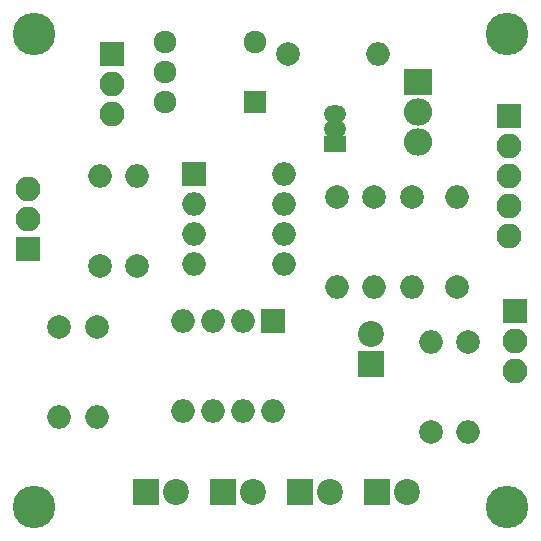
<source format=gbs>
G04 #@! TF.GenerationSoftware,KiCad,Pcbnew,(5.0.0)*
G04 #@! TF.CreationDate,2019-08-04T18:11:21+09:00*
G04 #@! TF.ProjectId,ir_send_mod,69725F73656E645F6D6F642E6B696361,rev?*
G04 #@! TF.SameCoordinates,Original*
G04 #@! TF.FileFunction,Soldermask,Bot*
G04 #@! TF.FilePolarity,Negative*
%FSLAX46Y46*%
G04 Gerber Fmt 4.6, Leading zero omitted, Abs format (unit mm)*
G04 Created by KiCad (PCBNEW (5.0.0)) date 08/04/19 18:11:21*
%MOMM*%
%LPD*%
G01*
G04 APERTURE LIST*
%ADD10C,3.600000*%
%ADD11R,2.000000X2.000000*%
%ADD12O,2.000000X2.000000*%
%ADD13C,2.200000*%
%ADD14R,2.200000X2.200000*%
%ADD15R,2.100000X2.100000*%
%ADD16O,2.100000X2.100000*%
%ADD17O,1.900000X1.450000*%
%ADD18R,1.900000X1.450000*%
%ADD19R,2.400000X2.305000*%
%ADD20O,2.400000X2.305000*%
%ADD21C,2.000000*%
%ADD22C,1.924000*%
%ADD23R,1.924000X1.924000*%
G04 APERTURE END LIST*
D10*
G04 #@! TO.C,hole2*
X73600000Y-49500000D03*
G04 #@! TD*
G04 #@! TO.C,hole1*
X33600000Y-49500000D03*
G04 #@! TD*
G04 #@! TO.C,hole4*
X73600000Y-89500000D03*
G04 #@! TD*
G04 #@! TO.C,hole3*
X33600000Y-89500000D03*
G04 #@! TD*
D11*
G04 #@! TO.C,SW2*
X53800000Y-73800000D03*
D12*
X46180000Y-81420000D03*
X51260000Y-73800000D03*
X48720000Y-81420000D03*
X48720000Y-73800000D03*
X51260000Y-81420000D03*
X46180000Y-73800000D03*
X53800000Y-81420000D03*
G04 #@! TD*
D13*
G04 #@! TO.C,D1*
X45640000Y-88200000D03*
D14*
X43100000Y-88200000D03*
G04 #@! TD*
G04 #@! TO.C,D2*
X49600000Y-88200000D03*
D13*
X52140000Y-88200000D03*
G04 #@! TD*
G04 #@! TO.C,D3*
X58640000Y-88200000D03*
D14*
X56100000Y-88200000D03*
G04 #@! TD*
G04 #@! TO.C,D4*
X62600000Y-88200000D03*
D13*
X65140000Y-88200000D03*
G04 #@! TD*
D14*
G04 #@! TO.C,D5*
X62100000Y-77400000D03*
D13*
X62100000Y-74860000D03*
G04 #@! TD*
D15*
G04 #@! TO.C,J1*
X40200000Y-51200000D03*
D16*
X40200000Y-53740000D03*
X40200000Y-56280000D03*
G04 #@! TD*
D17*
G04 #@! TO.C,Q1*
X59100000Y-57530000D03*
X59100000Y-56260000D03*
D18*
X59100000Y-58800000D03*
G04 #@! TD*
D19*
G04 #@! TO.C,Q2*
X66100000Y-53500000D03*
D20*
X66100000Y-56040000D03*
X66100000Y-58580000D03*
G04 #@! TD*
D21*
G04 #@! TO.C,R1*
X59200000Y-63300000D03*
D12*
X59200000Y-70920000D03*
G04 #@! TD*
G04 #@! TO.C,R2*
X62400000Y-70920000D03*
D21*
X62400000Y-63300000D03*
G04 #@! TD*
D12*
G04 #@! TO.C,R3*
X65600000Y-70920000D03*
D21*
X65600000Y-63300000D03*
G04 #@! TD*
G04 #@! TO.C,R4*
X39200000Y-69120000D03*
D12*
X39200000Y-61500000D03*
G04 #@! TD*
D21*
G04 #@! TO.C,R5*
X42300000Y-69120000D03*
D12*
X42300000Y-61500000D03*
G04 #@! TD*
G04 #@! TO.C,R6*
X62720000Y-51200000D03*
D21*
X55100000Y-51200000D03*
G04 #@! TD*
G04 #@! TO.C,R7*
X38900000Y-74300000D03*
D12*
X38900000Y-81920000D03*
G04 #@! TD*
G04 #@! TO.C,R8*
X35700000Y-81920000D03*
D21*
X35700000Y-74300000D03*
G04 #@! TD*
G04 #@! TO.C,R10*
X70300000Y-75500000D03*
D12*
X70300000Y-83120000D03*
G04 #@! TD*
D22*
G04 #@! TO.C,SW1*
X52340000Y-50160000D03*
D23*
X52340000Y-55240000D03*
D22*
X44720000Y-50160000D03*
X44720000Y-55240000D03*
X44720000Y-52700000D03*
G04 #@! TD*
D11*
G04 #@! TO.C,U1*
X47100000Y-61300000D03*
D12*
X54720000Y-68920000D03*
X47100000Y-63840000D03*
X54720000Y-66380000D03*
X47100000Y-66380000D03*
X54720000Y-63840000D03*
X47100000Y-68920000D03*
X54720000Y-61300000D03*
G04 #@! TD*
D21*
G04 #@! TO.C,R9*
X67200000Y-83120000D03*
D12*
X67200000Y-75500000D03*
G04 #@! TD*
D15*
G04 #@! TO.C,J2*
X73800000Y-56400000D03*
D16*
X73800000Y-58940000D03*
X73800000Y-61480000D03*
X73800000Y-64020000D03*
X73800000Y-66560000D03*
G04 #@! TD*
D21*
G04 #@! TO.C,R11*
X69400000Y-70900000D03*
D12*
X69400000Y-63280000D03*
G04 #@! TD*
D15*
G04 #@! TO.C,SW3*
X33100000Y-67700000D03*
D16*
X33100000Y-65160000D03*
X33100000Y-62620000D03*
G04 #@! TD*
G04 #@! TO.C,SW4*
X74300000Y-77980000D03*
X74300000Y-75440000D03*
D15*
X74300000Y-72900000D03*
G04 #@! TD*
M02*

</source>
